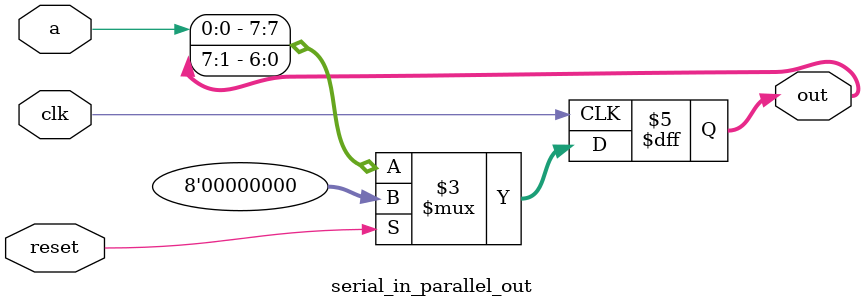
<source format=v>
`timescale 1ns / 1ps


// Module to implement a serial in parallel out 
	
module serial_in_parallel_out(
	input clk,
	input reset,
	input a,
	output reg [7:0] out
);
	/*
		clk: 	Clock 
		reset:	Reset bit of the module 
		a: 		Input bit of the module 
		out: 	8-bit output of the module
	*/

	// Sequential Control (FLIP FLOP CONTROL)
    // Asynchronous reset
	always @(posedge clk) begin
		if (reset)
			out = 8'b0;
		else
			out = {a, out[7:1]};
	end

endmodule
</source>
